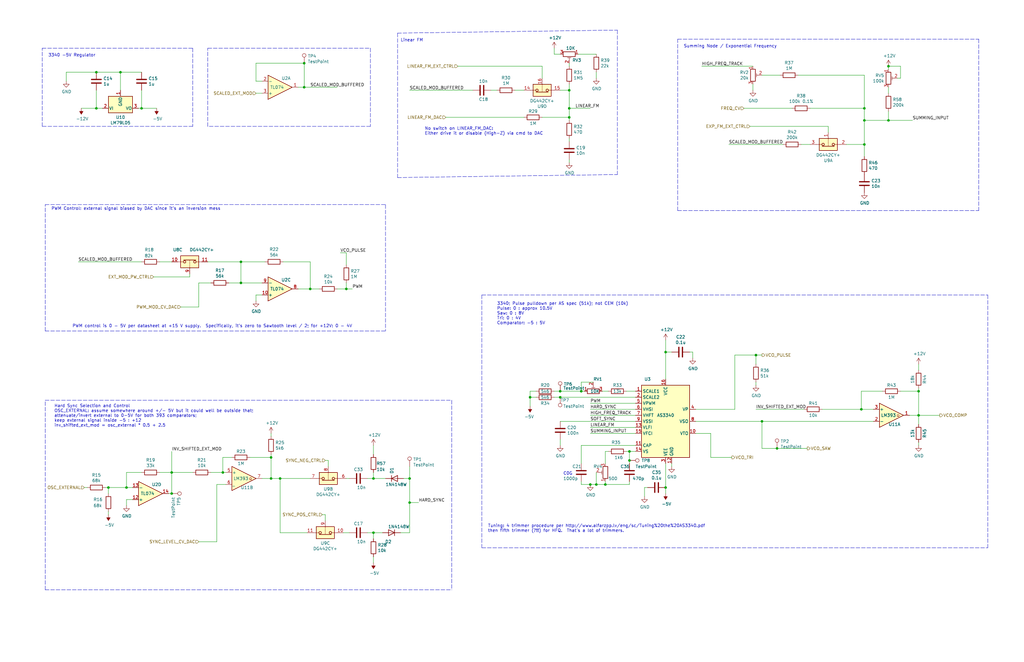
<source format=kicad_sch>
(kicad_sch (version 20211123) (generator eeschema)
  (paper "B")
  (title_block (title "Zoxnoxious 3340 Oscillator: 3340 Primary") (rev "0.3") (company "Zoxnoxious Engineering"))
  (lib_symbols
    (symbol "Amplifier_Operational:TL074" (pin_names (offset 0.127))
      (property "Reference" "U" (at 0 5.08 0))
      (property "Value" "TL074" (at 0 -5.08 0))
      (symbol "TL074_1_1"
        (pin output line (at 7.62 0 180) (length 2.54) (name "~") (number "1"))
        (pin input line (at -7.62 -2.54 0) (length 2.54) (name "-") (number "2"))
        (pin input line (at -7.62 2.54 0) (length 2.54) (name "+") (number "3"))
      )
      (symbol "TL074_2_1"
        (pin input line (at -7.62 2.54 0) (length 2.54) (name "+") (number "5"))
        (pin input line (at -7.62 -2.54 0) (length 2.54) (name "-") (number "6"))
        (pin output line (at 7.62 0 180) (length 2.54) (name "~") (number "7"))
      )
      (symbol "TL074_3_1"
        (pin input line (at -7.62 2.54 0) (length 2.54) (name "+") (number "10"))
        (pin output line (at 7.62 0 180) (length 2.54) (name "~") (number "8"))
        (pin input line (at -7.62 -2.54 0) (length 2.54) (name "-") (number "9"))
      )
      (symbol "TL074_4_1"
        (pin input line (at -7.62 2.54 0) (length 2.54) (name "+") (number "12"))
        (pin input line (at -7.62 -2.54 0) (length 2.54) (name "-") (number "13"))
        (pin output line (at 7.62 0 180) (length 2.54) (name "~") (number "14"))
      )
      (symbol "TL074_5_1"
        (pin power_in line (at -2.54 -7.62 90) (length 3.81) (name "V-") (number "11"))
        (pin power_in line (at -2.54 7.62 270) (length 3.81) (name "V+") (number "4"))
      )
    )
    (symbol "Analog_Switch:DG441xY" (pin_names (offset 0.254))
      (property "Reference" "U" (at -3.175 5.334 0))
      (property "Value" "DG441xY" (at -3.175 3.556 0))
      (symbol "DG441xY_1_1"
        (pin input line (at 0 -5.08 90) (length 2.54) (name "~") (number "1"))
        (pin passive line (at -7.62 0 0) (length 2.54) (name "~") (number "2"))
        (pin passive line (at 7.62 0 180) (length 2.54) (name "~") (number "3"))
      )
      (symbol "DG441xY_2_1"
        (pin passive line (at -7.62 0 0) (length 2.54) (name "~") (number "6"))
        (pin passive line (at 7.62 0 180) (length 2.54) (name "~") (number "7"))
        (pin input line (at 0 -5.08 90) (length 2.54) (name "~") (number "8"))
      )
      (symbol "DG441xY_3_1"
        (pin passive line (at -7.62 0 0) (length 2.54) (name "~") (number "10"))
        (pin passive line (at 7.62 0 180) (length 2.54) (name "~") (number "11"))
        (pin input line (at 0 -5.08 90) (length 2.54) (name "~") (number "9"))
      )
      (symbol "DG441xY_4_1"
        (pin passive line (at 7.62 0 180) (length 2.54) (name "~") (number "14"))
        (pin passive line (at -7.62 0 0) (length 2.54) (name "~") (number "15"))
        (pin input line (at 0 -5.08 90) (length 2.54) (name "~") (number "16"))
      )
      (symbol "DG441xY_5_0"
        (pin no_connect line (at 2.54 10.16 270) (length 2.54) hide (name "NC") (number "12"))
        (pin power_in line (at 0 12.7 270) (length 2.54) (name "V+") (number "13"))
        (pin power_in line (at 2.54 -12.7 90) (length 2.54) (name "V-") (number "4"))
        (pin power_in line (at 0 -12.7 90) (length 2.54) (name "GND") (number "5"))
      )
    )
    (symbol "Audio:AS3340"
      (property "Reference" "U" (at -5.08 17.78 0))
      (property "Value" "AS3340" (at 5.08 17.78 0))
      (symbol "AS3340_1_1"
        (pin input line (at -12.7 12.7 0) (length 2.54) (name "SCALE1") (number "1"))
        (pin output line (at 12.7 -5.08 180) (length 2.54) (name "VTO") (number "10"))
        (pin passive line (at -12.7 -10.16 0) (length 2.54) (name "CAP") (number "11"))
        (pin power_in line (at 2.54 -17.78 90) (length 2.54) (name "GND") (number "12"))
        (pin input line (at -12.7 -2.54 0) (length 2.54) (name "VLFI") (number "13"))
        (pin passive line (at -12.7 -12.7 0) (length 2.54) (name "VS") (number "14"))
        (pin input line (at -12.7 -5.08 0) (length 2.54) (name "VFCI") (number "15"))
        (pin power_in line (at 0 17.78 270) (length 2.54) (name "VCC") (number "16"))
        (pin input line (at -12.7 10.16 0) (length 2.54) (name "SCALE2") (number "2"))
        (pin power_in line (at 0 -17.78 90) (length 2.54) (name "VEE") (number "3"))
        (pin output line (at 12.7 5.08 180) (length 2.54) (name "VP") (number "4"))
        (pin input line (at -12.7 7.62 0) (length 2.54) (name "VPWM") (number "5"))
        (pin input line (at -12.7 5.08 0) (length 2.54) (name "VHSI") (number "6"))
        (pin input line (at -12.7 2.54 0) (length 2.54) (name "VHFT") (number "7"))
        (pin output line (at 12.7 0 180) (length 2.54) (name "VSO") (number "8"))
        (pin input line (at -12.7 0 0) (length 2.54) (name "VSSI") (number "9"))
      )
    )
    (symbol "Comparator:LM393" (pin_names (offset 0.127))
      (property "Reference" "U" (at 3.81 3.81 0))
      (property "Value" "LM393" (at 6.35 -3.81 0))
      (symbol "LM393_1_1"
        (pin open_collector line (at 7.62 0 180) (length 2.54) (name "~") (number "1"))
        (pin input line (at -7.62 -2.54 0) (length 2.54) (name "-") (number "2"))
        (pin input line (at -7.62 2.54 0) (length 2.54) (name "+") (number "3"))
      )
      (symbol "LM393_2_1"
        (pin input line (at -7.62 2.54 0) (length 2.54) (name "+") (number "5"))
        (pin input line (at -7.62 -2.54 0) (length 2.54) (name "_") (number "6"))
        (pin open_collector line (at 7.62 0 180) (length 2.54) (name "~") (number "7"))
      )
      (symbol "LM393_3_1"
        (pin power_in line (at -2.54 -7.62 90) (length 3.81) (name "V-") (number "4"))
        (pin power_in line (at -2.54 7.62 270) (length 3.81) (name "V+") (number "8"))
      )
    )
    (symbol "Connector:TestPoint" (pin_numbers hide) (pin_names (offset 0.762) hide)
      (property "Reference" "TP" (at 0 6.858 0))
      (property "Value" "TestPoint" (at 0 5.08 0))
      (symbol "TestPoint_1_1"
        (pin passive line (at 0 0 90) (length 2.54) (name "1") (number "1"))
      )
    )
    (symbol "Device:C" (pin_numbers hide) (pin_names (offset 0.254))
      (property "Reference" "C" (at 0.635 2.54 0))
      (property "Value" "C" (at 0.635 -2.54 0))
      (symbol "C_1_1"
        (pin passive line (at 0 3.81 270) (length 2.794) (name "~") (number "1"))
        (pin passive line (at 0 -3.81 90) (length 2.794) (name "~") (number "2"))
      )
    )
    (symbol "Device:R" (pin_numbers hide) (pin_names (offset 0))
      (property "Reference" "R" (at 2.032 0 90))
      (property "Value" "R" (at 0 0 90))
      (symbol "R_1_1"
        (pin passive line (at 0 3.81 270) (length 1.27) (name "~") (number "1"))
        (pin passive line (at 0 -3.81 90) (length 1.27) (name "~") (number "2"))
      )
    )
    (symbol "Diode:1N4148W" (pin_numbers hide) (pin_names (offset 1.016) hide)
      (property "Reference" "D" (at 0 2.54 0))
      (property "Value" "1N4148W" (at 0 -2.54 0))
      (symbol "1N4148W_1_1"
        (pin passive line (at -3.81 0 0) (length 2.54) (name "K") (number "1"))
        (pin passive line (at 3.81 0 180) (length 2.54) (name "A") (number "2"))
      )
    )
    (symbol "Regulator_Linear:LM79L05_TO92" (pin_names (offset 0.254))
      (property "Reference" "U" (at -3.81 -3.175 0))
      (property "Value" "LM79L05_TO92" (at 0 -3.175 0))
      (symbol "LM79L05_TO92_1_1"
        (pin power_in line (at 0 7.62 270) (length 2.54) (name "GND") (number "1"))
        (pin power_in line (at -7.62 0 0) (length 2.54) (name "VI") (number "2"))
        (pin power_out line (at 7.62 0 180) (length 2.54) (name "VO") (number "3"))
      )
    )
    (symbol "as3340:R_POT_TRIM-Device" (pin_names (offset 1.016) hide)
      (property "Reference" "RV" (at -4.445 0 90))
      (property "Value" "R_POT_TRIM-Device" (at -2.54 0 90))
      (symbol "R_POT_TRIM-Device_1_1"
        (pin passive line (at 0 3.81 270) (length 1.27) (name "1") (number "1"))
        (pin passive line (at 3.81 0 180) (length 1.27) (name "2") (number "2"))
        (pin passive line (at 0 -3.81 90) (length 1.27) (name "3") (number "3"))
      )
    )
    (symbol "power:+12V" (power) (pin_names (offset 0))
      (property "Value" "+12V" (at 0 3.556 0))
      (symbol "+12V_1_1"
        (pin power_in line (at 0 0 90) (length 0) hide (name "+12V") (number "1"))
      )
    )
    (symbol "power:-12V" (power) (pin_names (offset 0))
      (property "Value" "-12V" (at 0 3.81 0))
      (symbol "-12V_0_0"
        (pin power_in line (at 0 0 90) (length 0) hide (name "-12V") (number "1"))
      )
    )
    (symbol "power:-5V" (power) (pin_names (offset 0))
      (property "Value" "-5V" (at 0 3.81 0))
      (symbol "-5V_0_0"
        (pin power_in line (at 0 0 90) (length 0) hide (name "-5V") (number "1"))
      )
    )
    (symbol "power:GND" (power) (pin_names (offset 0))
      (property "Value" "GND" (at 0 -3.81 0))
      (symbol "GND_1_1"
        (pin power_in line (at 0 0 270) (length 0) hide (name "GND") (number "1"))
      )
    )
  )
  (junction (at 265.43 194.31))
  (junction (at 50.8 30.48))
  (junction (at 364.49 45.72))
  (junction (at 114.3 193.04))
  (junction (at 255.27 204.47))
  (junction (at 146.05 121.92))
  (junction (at 374.65 50.8))
  (junction (at 280.67 205.74))
  (junction (at 364.49 60.96))
  (junction (at 40.64 30.48))
  (junction (at 157.48 201.93))
  (junction (at 101.6 110.49))
  (junction (at 327.66 189.23))
  (junction (at 240.03 38.1))
  (junction (at 172.72 201.93))
  (junction (at 363.22 172.72))
  (junction (at 374.65 27.94))
  (junction (at 101.6 119.38))
  (junction (at 45.72 205.74))
  (junction (at 387.35 165.1))
  (junction (at 118.11 201.93))
  (junction (at 236.22 167.64))
  (junction (at 130.81 121.92))
  (junction (at 248.92 204.47))
  (junction (at 265.43 190.5))
  (junction (at 172.72 212.09))
  (junction (at 53.34 205.74))
  (junction (at 236.22 165.1))
  (junction (at 280.67 148.59))
  (junction (at 240.03 45.72))
  (junction (at 72.39 199.39))
  (junction (at 128.27 36.83))
  (junction (at 318.77 149.86))
  (junction (at 364.49 50.8))
  (junction (at 72.39 208.28))
  (junction (at 59.69 45.72))
  (junction (at 128.27 26.67))
  (junction (at 114.3 201.93))
  (junction (at 321.31 177.8))
  (junction (at 93.98 199.39))
  (junction (at 157.48 224.79))
  (junction (at 251.46 204.47))
  (junction (at 40.64 45.72))
  (junction (at 223.52 167.64))
  (junction (at 245.11 165.1))
  (junction (at 387.35 175.26))
  (junction (at 240.03 49.53))
  (wire (pts (xy 157.48 237.49) (xy 157.48 234.95)))
  (polyline (pts (xy 203.2 124.46) (xy 203.2 231.14)))
  (wire (pts (xy 157.48 201.93) (xy 162.56 201.93)))
  (wire (pts (xy 146.05 121.92) (xy 146.05 119.38)))
  (wire (pts (xy 67.31 199.39) (xy 72.39 199.39)))
  (polyline (pts (xy 416.56 124.46) (xy 416.56 231.14)))
  (wire (pts (xy 58.42 45.72) (xy 59.69 45.72)))
  (wire (pts (xy 236.22 177.8) (xy 267.97 177.8)))
  (wire (pts (xy 110.49 201.93) (xy 114.3 201.93)))
  (wire (pts (xy 172.72 201.93) (xy 172.72 212.09)))
  (wire (pts (xy 346.71 172.72) (xy 363.22 172.72)))
  (wire (pts (xy 157.48 227.33) (xy 157.48 224.79)))
  (wire (pts (xy 292.1 151.13) (xy 292.1 148.59)))
  (wire (pts (xy 243.84 22.86) (xy 251.46 22.86)))
  (wire (pts (xy 318.77 149.86) (xy 321.31 149.86)))
  (wire (pts (xy 317.5 35.56) (xy 317.5 38.1)))
  (wire (pts (xy 254 165.1) (xy 256.54 165.1)))
  (wire (pts (xy 172.72 196.85) (xy 172.72 201.93)))
  (wire (pts (xy 265.43 190.5) (xy 267.97 190.5)))
  (wire (pts (xy 217.17 38.1) (xy 220.98 38.1)))
  (polyline (pts (xy 19.05 86.36) (xy 162.56 86.36)))
  (wire (pts (xy 96.52 119.38) (xy 101.6 119.38)))
  (wire (pts (xy 267.97 180.34) (xy 248.92 180.34)))
  (wire (pts (xy 67.31 110.49) (xy 72.39 110.49)))
  (wire (pts (xy 245.11 161.29) (xy 245.11 165.1)))
  (polyline (pts (xy 285.75 88.9) (xy 285.75 16.51)))
  (wire (pts (xy 59.69 30.48) (xy 50.8 30.48)))
  (wire (pts (xy 240.03 45.72) (xy 248.92 45.72)))
  (wire (pts (xy 53.34 205.74) (xy 55.88 205.74)))
  (wire (pts (xy 228.6 27.94) (xy 228.6 33.02)))
  (wire (pts (xy 45.72 205.74) (xy 53.34 205.74)))
  (wire (pts (xy 110.49 124.46) (xy 107.95 124.46)))
  (wire (pts (xy 245.11 195.58) (xy 245.11 187.96)))
  (wire (pts (xy 176.53 212.09) (xy 172.72 212.09)))
  (wire (pts (xy 248.92 204.47) (xy 251.46 204.47)))
  (wire (pts (xy 107.95 39.37) (xy 110.49 39.37)))
  (polyline (pts (xy 17.78 53.34) (xy 17.78 20.32)))
  (wire (pts (xy 313.69 45.72) (xy 334.01 45.72)))
  (wire (pts (xy 142.24 121.92) (xy 146.05 121.92)))
  (wire (pts (xy 248.92 175.26) (xy 267.97 175.26)))
  (wire (pts (xy 53.34 199.39) (xy 53.34 205.74)))
  (wire (pts (xy 248.92 172.72) (xy 267.97 172.72)))
  (wire (pts (xy 34.29 45.72) (xy 40.64 45.72)))
  (wire (pts (xy 59.69 199.39) (xy 53.34 199.39)))
  (wire (pts (xy 93.98 193.04) (xy 93.98 199.39)))
  (polyline (pts (xy 87.63 53.34) (xy 87.63 20.32)))
  (wire (pts (xy 321.31 189.23) (xy 327.66 189.23)))
  (wire (pts (xy 364.49 31.75) (xy 364.49 45.72)))
  (polyline (pts (xy 190.5 168.91) (xy 190.5 248.92)))
  (polyline (pts (xy 81.28 20.32) (xy 81.28 53.34)))
  (wire (pts (xy 97.79 193.04) (xy 93.98 193.04)))
  (wire (pts (xy 157.48 191.77) (xy 157.48 187.96)))
  (polyline (pts (xy 19.05 139.7) (xy 162.56 139.7)))
  (wire (pts (xy 157.48 224.79) (xy 161.29 224.79)))
  (wire (pts (xy 53.34 213.36) (xy 53.34 210.82)))
  (wire (pts (xy 255.27 190.5) (xy 255.27 195.58)))
  (wire (pts (xy 45.72 217.17) (xy 45.72 215.9)))
  (wire (pts (xy 233.68 165.1) (xy 236.22 165.1)))
  (wire (pts (xy 107.95 124.46) (xy 107.95 127)))
  (wire (pts (xy 87.63 110.49) (xy 101.6 110.49)))
  (wire (pts (xy 146.05 106.68) (xy 143.51 106.68)))
  (wire (pts (xy 240.03 59.69) (xy 240.03 58.42)))
  (wire (pts (xy 240.03 45.72) (xy 240.03 49.53)))
  (wire (pts (xy 387.35 165.1) (xy 387.35 175.26)))
  (wire (pts (xy 255.27 190.5) (xy 256.54 190.5)))
  (wire (pts (xy 309.88 149.86) (xy 318.77 149.86)))
  (polyline (pts (xy 19.05 139.7) (xy 19.05 86.36)))
  (wire (pts (xy 236.22 167.64) (xy 267.97 167.64)))
  (wire (pts (xy 387.35 175.26) (xy 383.54 175.26)))
  (polyline (pts (xy 17.78 20.32) (xy 81.28 20.32)))
  (wire (pts (xy 207.01 38.1) (xy 209.55 38.1)))
  (wire (pts (xy 137.16 219.71) (xy 137.16 217.17)))
  (wire (pts (xy 223.52 167.64) (xy 223.52 171.45)))
  (wire (pts (xy 387.35 153.67) (xy 387.35 156.21)))
  (wire (pts (xy 146.05 121.92) (xy 148.59 121.92)))
  (polyline (pts (xy 156.21 53.34) (xy 87.63 53.34)))
  (wire (pts (xy 110.49 34.29) (xy 107.95 34.29)))
  (wire (pts (xy 240.03 49.53) (xy 240.03 50.8)))
  (polyline (pts (xy 19.05 248.92) (xy 19.05 168.91)))
  (polyline (pts (xy 87.63 20.32) (xy 156.21 20.32)))
  (wire (pts (xy 170.18 201.93) (xy 172.72 201.93)))
  (wire (pts (xy 187.96 49.53) (xy 220.98 49.53)))
  (polyline (pts (xy 167.64 74.93) (xy 260.35 73.66)))
  (wire (pts (xy 267.97 170.18) (xy 248.92 170.18)))
  (wire (pts (xy 321.31 189.23) (xy 321.31 177.8)))
  (wire (pts (xy 265.43 195.58) (xy 265.43 194.31)))
  (wire (pts (xy 125.73 36.83) (xy 128.27 36.83)))
  (wire (pts (xy 138.43 196.85) (xy 138.43 194.31)))
  (wire (pts (xy 154.94 224.79) (xy 157.48 224.79)))
  (wire (pts (xy 379.73 165.1) (xy 387.35 165.1)))
  (wire (pts (xy 240.03 26.67) (xy 240.03 27.94)))
  (wire (pts (xy 280.67 143.51) (xy 280.67 148.59)))
  (wire (pts (xy 118.11 201.93) (xy 118.11 224.79)))
  (polyline (pts (xy 412.75 16.51) (xy 412.75 88.9)))
  (wire (pts (xy 336.55 31.75) (xy 364.49 31.75)))
  (wire (pts (xy 128.27 36.83) (xy 142.24 36.83)))
  (wire (pts (xy 379.73 27.94) (xy 374.65 27.94)))
  (wire (pts (xy 374.65 46.99) (xy 374.65 50.8)))
  (wire (pts (xy 271.78 205.74) (xy 273.05 205.74)))
  (wire (pts (xy 280.67 208.28) (xy 280.67 205.74)))
  (wire (pts (xy 114.3 193.04) (xy 114.3 201.93)))
  (wire (pts (xy 228.6 27.94) (xy 193.04 27.94)))
  (wire (pts (xy 27.94 30.48) (xy 27.94 34.29)))
  (wire (pts (xy 240.03 35.56) (xy 240.03 38.1)))
  (wire (pts (xy 283.21 148.59) (xy 280.67 148.59)))
  (wire (pts (xy 233.68 22.86) (xy 236.22 22.86)))
  (wire (pts (xy 95.25 199.39) (xy 93.98 199.39)))
  (wire (pts (xy 91.44 204.47) (xy 91.44 228.6)))
  (wire (pts (xy 114.3 193.04) (xy 114.3 191.77)))
  (wire (pts (xy 35.56 205.74) (xy 36.83 205.74)))
  (wire (pts (xy 387.35 175.26) (xy 396.24 175.26)))
  (wire (pts (xy 147.32 224.79) (xy 144.78 224.79)))
  (wire (pts (xy 233.68 20.32) (xy 233.68 22.86)))
  (wire (pts (xy 111.76 110.49) (xy 101.6 110.49)))
  (wire (pts (xy 236.22 185.42) (xy 236.22 187.96)))
  (wire (pts (xy 40.64 38.1) (xy 40.64 45.72)))
  (wire (pts (xy 363.22 172.72) (xy 363.22 165.1)))
  (wire (pts (xy 236.22 38.1) (xy 240.03 38.1)))
  (wire (pts (xy 240.03 67.31) (xy 240.03 68.58)))
  (wire (pts (xy 119.38 110.49) (xy 130.81 110.49)))
  (wire (pts (xy 374.65 29.21) (xy 374.65 27.94)))
  (wire (pts (xy 363.22 172.72) (xy 368.3 172.72)))
  (wire (pts (xy 364.49 66.04) (xy 364.49 60.96)))
  (wire (pts (xy 88.9 199.39) (xy 93.98 199.39)))
  (wire (pts (xy 128.27 26.67) (xy 128.27 36.83)))
  (wire (pts (xy 64.77 116.84) (xy 80.01 116.84)))
  (wire (pts (xy 223.52 165.1) (xy 223.52 167.64)))
  (wire (pts (xy 83.82 228.6) (xy 91.44 228.6)))
  (wire (pts (xy 226.06 165.1) (xy 223.52 165.1)))
  (wire (pts (xy 264.16 190.5) (xy 265.43 190.5)))
  (wire (pts (xy 245.11 165.1) (xy 246.38 165.1)))
  (wire (pts (xy 387.35 175.26) (xy 387.35 179.07)))
  (wire (pts (xy 91.44 204.47) (xy 95.25 204.47)))
  (wire (pts (xy 33.02 110.49) (xy 59.69 110.49)))
  (wire (pts (xy 59.69 45.72) (xy 66.04 45.72)))
  (wire (pts (xy 107.95 26.67) (xy 128.27 26.67)))
  (polyline (pts (xy 285.75 16.51) (xy 412.75 16.51)))
  (wire (pts (xy 267.97 182.88) (xy 248.92 182.88)))
  (wire (pts (xy 59.69 38.1) (xy 59.69 45.72)))
  (wire (pts (xy 50.8 30.48) (xy 40.64 30.48)))
  (wire (pts (xy 130.81 121.92) (xy 134.62 121.92)))
  (wire (pts (xy 318.77 162.56) (xy 318.77 161.29)))
  (wire (pts (xy 387.35 186.69) (xy 387.35 187.96)))
  (wire (pts (xy 318.77 172.72) (xy 339.09 172.72)))
  (wire (pts (xy 228.6 49.53) (xy 240.03 49.53)))
  (wire (pts (xy 379.73 33.02) (xy 379.73 27.94)))
  (wire (pts (xy 364.49 50.8) (xy 374.65 50.8)))
  (wire (pts (xy 318.77 153.67) (xy 318.77 149.86)))
  (wire (pts (xy 364.49 45.72) (xy 364.49 50.8)))
  (wire (pts (xy 250.19 161.29) (xy 245.11 161.29)))
  (wire (pts (xy 83.82 129.54) (xy 83.82 119.38)))
  (wire (pts (xy 290.83 148.59) (xy 292.1 148.59)))
  (wire (pts (xy 72.39 208.28) (xy 71.12 208.28)))
  (wire (pts (xy 172.72 224.79) (xy 172.72 212.09)))
  (polyline (pts (xy 156.21 20.32) (xy 156.21 53.34)))
  (wire (pts (xy 309.88 172.72) (xy 309.88 149.86)))
  (wire (pts (xy 245.11 187.96) (xy 267.97 187.96)))
  (wire (pts (xy 251.46 199.39) (xy 251.46 204.47)))
  (polyline (pts (xy 203.2 231.14) (xy 416.56 231.14)))
  (wire (pts (xy 83.82 119.38) (xy 88.9 119.38)))
  (wire (pts (xy 295.91 27.94) (xy 317.5 27.94)))
  (wire (pts (xy 40.64 30.48) (xy 27.94 30.48)))
  (wire (pts (xy 349.25 53.34) (xy 349.25 55.88)))
  (polyline (pts (xy 167.64 13.97) (xy 167.64 74.93)))
  (wire (pts (xy 363.22 165.1) (xy 372.11 165.1)))
  (wire (pts (xy 154.94 201.93) (xy 157.48 201.93)))
  (wire (pts (xy 316.23 53.34) (xy 349.25 53.34)))
  (wire (pts (xy 293.37 172.72) (xy 309.88 172.72)))
  (wire (pts (xy 101.6 119.38) (xy 110.49 119.38)))
  (wire (pts (xy 245.11 203.2) (xy 245.11 204.47)))
  (wire (pts (xy 299.72 193.04) (xy 308.61 193.04)))
  (wire (pts (xy 341.63 60.96) (xy 337.82 60.96)))
  (wire (pts (xy 137.16 217.17) (xy 135.89 217.17)))
  (wire (pts (xy 101.6 119.38) (xy 101.6 110.49)))
  (polyline (pts (xy 19.05 168.91) (xy 190.5 168.91)))
  (wire (pts (xy 271.78 209.55) (xy 271.78 205.74)))
  (wire (pts (xy 40.64 45.72) (xy 43.18 45.72)))
  (wire (pts (xy 107.95 34.29) (xy 107.95 26.67)))
  (wire (pts (xy 72.39 208.28) (xy 72.39 199.39)))
  (wire (pts (xy 114.3 182.88) (xy 114.3 184.15)))
  (wire (pts (xy 374.65 36.83) (xy 374.65 39.37)))
  (wire (pts (xy 72.39 199.39) (xy 72.39 190.5)))
  (wire (pts (xy 80.01 116.84) (xy 80.01 115.57)))
  (polyline (pts (xy 260.35 12.7) (xy 260.35 73.66)))
  (wire (pts (xy 53.34 210.82) (xy 55.88 210.82)))
  (wire (pts (xy 118.11 201.93) (xy 130.81 201.93)))
  (wire (pts (xy 265.43 204.47) (xy 265.43 203.2)))
  (wire (pts (xy 168.91 224.79) (xy 172.72 224.79)))
  (wire (pts (xy 280.67 195.58) (xy 280.67 205.74)))
  (wire (pts (xy 293.37 182.88) (xy 299.72 182.88)))
  (polyline (pts (xy 203.2 124.46) (xy 416.56 124.46)))
  (wire (pts (xy 264.16 165.1) (xy 267.97 165.1)))
  (wire (pts (xy 50.8 38.1) (xy 50.8 30.48)))
  (wire (pts (xy 105.41 193.04) (xy 114.3 193.04)))
  (wire (pts (xy 130.81 110.49) (xy 130.81 121.92)))
  (wire (pts (xy 76.2 129.54) (xy 83.82 129.54)))
  (wire (pts (xy 341.63 45.72) (xy 364.49 45.72)))
  (wire (pts (xy 255.27 204.47) (xy 265.43 204.47)))
  (wire (pts (xy 283.21 195.58) (xy 283.21 196.85)))
  (wire (pts (xy 118.11 224.79) (xy 129.54 224.79)))
  (wire (pts (xy 223.52 167.64) (xy 226.06 167.64)))
  (wire (pts (xy 265.43 194.31) (xy 265.43 190.5)))
  (polyline (pts (xy 162.56 86.36) (xy 162.56 139.7)))
  (wire (pts (xy 236.22 165.1) (xy 245.11 165.1)))
  (wire (pts (xy 299.72 182.88) (xy 299.72 193.04)))
  (wire (pts (xy 387.35 163.83) (xy 387.35 165.1)))
  (wire (pts (xy 233.68 167.64) (xy 236.22 167.64)))
  (wire (pts (xy 280.67 148.59) (xy 280.67 160.02)))
  (wire (pts (xy 251.46 204.47) (xy 255.27 204.47)))
  (wire (pts (xy 378.46 33.02) (xy 379.73 33.02)))
  (polyline (pts (xy 81.28 53.34) (xy 17.78 53.34)))
  (polyline (pts (xy 19.05 248.92) (xy 190.5 248.92)))
  (wire (pts (xy 293.37 177.8) (xy 321.31 177.8)))
  (wire (pts (xy 321.31 177.8) (xy 368.3 177.8)))
  (polyline (pts (xy 167.64 13.97) (xy 260.35 12.7)))
  (wire (pts (xy 364.49 50.8) (xy 364.49 60.96)))
  (wire (pts (xy 374.65 50.8) (xy 384.81 50.8)))
  (polyline (pts (xy 285.75 88.9) (xy 412.75 88.9)))
  (wire (pts (xy 146.05 111.76) (xy 146.05 106.68)))
  (wire (pts (xy 327.66 189.23) (xy 340.36 189.23)))
  (wire (pts (xy 44.45 205.74) (xy 45.72 205.74)))
  (wire (pts (xy 255.27 203.2) (xy 255.27 204.47)))
  (wire (pts (xy 147.32 201.93) (xy 146.05 201.93)))
  (wire (pts (xy 130.81 121.92) (xy 125.73 121.92)))
  (wire (pts (xy 240.03 38.1) (xy 240.03 45.72)))
  (wire (pts (xy 118.11 201.93) (xy 114.3 201.93)))
  (wire (pts (xy 330.2 60.96) (xy 307.34 60.96)))
  (wire (pts (xy 72.39 199.39) (xy 81.28 199.39)))
  (wire (pts (xy 138.43 194.31) (xy 137.16 194.31)))
  (wire (pts (xy 45.72 205.74) (xy 45.72 208.28)))
  (wire (pts (xy 321.31 31.75) (xy 328.93 31.75)))
  (wire (pts (xy 245.11 204.47) (xy 248.92 204.47)))
  (wire (pts (xy 157.48 199.39) (xy 157.48 201.93)))
  (wire (pts (xy 251.46 30.48) (xy 251.46 33.02)))
  (wire (pts (xy 356.87 60.96) (xy 364.49 60.96)))
  (wire (pts (xy 172.72 38.1) (xy 199.39 38.1)))
  (text "Hard Sync Selection and Control\nOSC_EXTERNAL: assume somewhere around +/- 5V but it could well be outside that;\nattenuate/invert external to 0-5V for both 393 comparators;\nkeep external signal inside -5 : +12\ninv_shifted_ext_mod = osc_external * 0.5 + 2.5" (at 22.86 180.34 0) (effects (font (size 1.27 1.27)) (justify left bottom)))
  (text "3340; Pulse pulldown per AS spec (51k); not CEM (10k)\nPulse: 0 : approx 10.5V\nSaw: 0 : 8V\nTri: 0 : 4V\nComparator: -5 : 5V" (at 209.55 137.16 0) (effects (font (size 1.27 1.27)) (justify left bottom)))
  (text "No switch on LINEAR_FM_DAC:\nEither drive it or disable (High-Z) via cmd to DAC" (at 179.07 57.15 0) (effects (font (size 1.27 1.27)) (justify left bottom)))
  (text "PWM Control: external signal biased by DAC since it’s an inversion mess" (at 21.59 88.9 0) (effects (font (size 1.27 1.27)) (justify left bottom)))
  (text "Tuning: 4 trimmer procedure per http://www.alfarzpp.lv/eng/sc/Tuning%20the%20AS3340.pdf\nthen fifth trimmer (?!!) for HFQ.  That's a lot of trimmers." (at 205.74 224.79 0) (effects (font (size 1.27 1.27)) (justify left bottom)))
  (text "3340 -5V Regulator" (at 20.32 24.13 0) (effects (font (size 1.27 1.27)) (justify left bottom)))
  (text "C0G" (at 237.49 200.66 0) (effects (font (size 1.27 1.27)) (justify left bottom)))
  (text "Linear FM" (at 168.91 17.78 0) (effects (font (size 1.27 1.27)) (justify left bottom)))
  (text "PWM control is 0 - 5V per datasheet at +15 V supply.  Specifically, it’s zero to Sawtooth level / 2; for +12V: 0 - 4V" (at 30.48 138.43 0) (effects (font (size 1.27 1.27)) (justify left bottom)))
  (text "Summing Node / Exponential Frequency" (at 288.29 20.32 0) (effects (font (size 1.27 1.27)) (justify left bottom)))
  (label "SCALED_MOD_BUFFERED" (at 130.81 36.83 0))
  (label "SOFT_SYNC" (at 248.92 177.8 0))
  (label "SCALED_MOD_BUFFERED" (at 172.72 38.1 0))
  (label "HIGH_FREQ_TRACK" (at 295.91 27.94 0))
  (label "HARD_SYNC" (at 176.53 212.09 0))
  (label "INV_SHIFTED_EXT_MOD" (at 318.77 172.72 0))
  (label "LINEAR_FM" (at 248.92 180.34 0))
  (label "SUMMING_INPUT" (at 248.92 182.88 0))
  (label "PWM" (at 248.92 170.18 0))
  (label "SCALED_MOD_BUFFERED" (at 307.34 60.96 0))
  (label "LINEAR_FM" (at 242.57 45.72 0))
  (label "HIGH_FREQ_TRACK" (at 248.92 175.26 0))
  (label "SUMMING_INPUT" (at 384.81 50.8 0))
  (label "INV_SHIFTED_EXT_MOD" (at 72.39 190.5 0))
  (label "HARD_SYNC" (at 248.92 172.72 0))
  (label "SCALED_MOD_BUFFERED" (at 33.02 110.49 0))
  (label "PWM" (at 148.59 121.92 0))
  (label "VCO_PULSE" (at 143.51 106.68 0))
  (hierarchical_label "OSC_EXTERNAL" (shape input) (at 35.56 205.74 180))
  (hierarchical_label "SCALED_EXT_MOD" (shape input) (at 107.95 39.37 180))
  (hierarchical_label "VCO_PULSE" (shape output) (at 321.31 149.86 0))
  (hierarchical_label "PWM_MOD_CV_DAC" (shape input) (at 76.2 129.54 180))
  (hierarchical_label "EXP_FM_EXT_CTRL" (shape input) (at 316.23 53.34 180))
  (hierarchical_label "EXT_MOD_PW_CTRL" (shape input) (at 64.77 116.84 180))
  (hierarchical_label "FREQ_CV" (shape input) (at 313.69 45.72 180))
  (hierarchical_label "LINEAR_FM_EXT_CTRL" (shape input) (at 193.04 27.94 180))
  (hierarchical_label "SYNC_LEVEL_CV_DAC" (shape input) (at 83.82 228.6 180))
  (hierarchical_label "VCO_TRI" (shape output) (at 308.61 193.04 0))
  (hierarchical_label "VCO_SAW" (shape output) (at 340.36 189.23 0))
  (hierarchical_label "SYNC_NEG_CTRL" (shape input) (at 137.16 194.31 180))
  (hierarchical_label "SYNC_POS_CTRL" (shape input) (at 135.89 217.17 180))
  (hierarchical_label "LINEAR_FM_DAC" (shape input) (at 187.96 49.53 180))
  (hierarchical_label "VCO_COMP" (shape output) (at 396.24 175.26 0))
  (symbol (lib_id "Audio:AS3340") (at 280.67 177.8 0) (unit 1)
    (property "Reference" "U3" (at 273.05 160.02 0))
    (property "Value" "AS3340" (at 280.67 175.26 0))
    (property "Footprint" "Package_SO:SOIC-16_3.9x9.9mm_P1.27mm" (effects hide))
    (property "Datasheet" "http://www.alfarzpp.lv/eng/sc/AS3340.pdf" (effects hide))
  )
  (symbol (lib_id "power:+12V") (at 280.67 143.51 0) (unit 1)
    (property "Reference" "#PWR050" (effects hide))
    (property "Value" "+12V" (at 281.051 139.1158 0))
  )
  (symbol (lib_id "power:-5V") (at 280.67 208.28 0) (mirror x) (unit 1)
    (property "Reference" "#PWR051" (effects hide))
    (property "Value" "-5V" (at 281.051 212.6742 0))
  )
  (symbol (lib_id "Device:R") (at 260.35 165.1 270) (unit 1)
    (property "Reference" "R33" (at 260.35 162.56 90))
    (property "Value" "13k" (at 260.35 165.1 90))
    (property "Footprint" "Resistor_SMD:R_0603_1608Metric" (effects hide))
    (property "LCSC Part" "C22797" (effects hide))
  )
  (symbol (lib_id "Device:R") (at 229.87 167.64 270) (unit 1)
    (property "Reference" "R34" (at 229.87 170.18 90))
    (property "Value" "5k6" (at 229.87 167.64 90))
    (property "Footprint" "Resistor_SMD:R_0603_1608Metric" (effects hide))
    (property "LCSC Part" "C23189" (effects hide))
  )
  (symbol (lib_id "power:GND") (at 53.34 213.36 0) (unit 1)
    (property "Reference" "#PWR038" (effects hide))
    (property "Value" "GND" (at 53.467 217.7542 0))
  )
  (symbol (lib_id "power:GND") (at 107.95 127 0) (unit 1)
    (property "Reference" "#PWR040" (effects hide))
    (property "Value" "GND" (at 108.077 131.3942 0))
  )
  (symbol (lib_id "power:GND") (at 236.22 187.96 0) (unit 1)
    (property "Reference" "#PWR048" (effects hide))
    (property "Value" "GND" (at 236.347 192.3542 0))
  )
  (symbol (lib_id "power:GND") (at 283.21 196.85 0) (unit 1)
    (property "Reference" "#PWR052" (effects hide))
    (property "Value" "GND" (at 283.337 201.2442 0))
  )
  (symbol (lib_id "power:GND") (at 248.92 204.47 0) (unit 1)
    (property "Reference" "#PWR049" (effects hide))
    (property "Value" "GND" (at 249.047 208.8642 0))
  )
  (symbol (lib_id "power:GND") (at 292.1 151.13 0) (unit 1)
    (property "Reference" "#PWR053" (effects hide))
    (property "Value" "GND" (at 292.227 155.5242 0))
  )
  (symbol (lib_id "power:GND") (at 317.5 38.1 0) (unit 1)
    (property "Reference" "#PWR054" (effects hide))
    (property "Value" "GND" (at 317.627 42.4942 0))
  )
  (symbol (lib_id "power:GND") (at 364.49 81.28 0) (unit 1)
    (property "Reference" "#PWR058" (effects hide))
    (property "Value" "GND" (at 364.617 85.6742 0))
  )
  (symbol (lib_id "power:GND") (at 240.03 68.58 0) (unit 1)
    (property "Reference" "#PWR046" (effects hide))
    (property "Value" "GND" (at 240.157 72.9742 0))
  )
  (symbol (lib_id "Device:C") (at 151.13 224.79 270) (unit 1)
    (property "Reference" "C17" (at 151.13 220.98 90))
    (property "Value" "10n" (at 152.4 228.6 90))
    (property "Footprint" "Capacitor_SMD:C_0603_1608Metric" (effects hide))
    (property "LCSC Part" "C57112" (effects hide))
  )
  (symbol (lib_id "as3340:R_POT_TRIM-Device") (at 250.19 165.1 90) (unit 1)
    (property "Reference" "RV1" (at 250.19 160.02 90) (effects (justify right)))
    (property "Value" "10K" (at 248.92 165.1 90) (effects (justify right)))
    (property "Footprint" "Potentiometer_THT:Potentiometer_Bourns_3296W_Vertical" (effects hide))
    (property "LCSC" "C118954" (effects hide))
    (property "Digikey" "490-2875-ND" (effects hide))
  )
  (symbol (lib_id "power:-5V") (at 223.52 171.45 180) (unit 1)
    (property "Reference" "#PWR047" (effects hide))
    (property "Value" "-5V" (at 223.139 175.8442 0))
  )
  (symbol (lib_id "Device:R") (at 114.3 187.96 180) (unit 1)
    (property "Reference" "R25" (at 116.078 186.7916 0) (effects (justify right)))
    (property "Value" "5k6" (at 116.078 189.103 0) (effects (justify right)))
    (property "Footprint" "Resistor_SMD:R_0603_1608Metric" (effects hide))
    (property "LCSC Part" "C23189" (effects hide))
  )
  (symbol (lib_id "Device:R") (at 101.6 193.04 270) (unit 1)
    (property "Reference" "R23" (at 101.6 190.5 90))
    (property "Value" "1M" (at 101.6 195.58 90))
    (property "Footprint" "Resistor_SMD:R_0603_1608Metric" (effects hide))
    (property "LCSC Part" "C22935" (effects hide))
  )
  (symbol (lib_id "Device:R") (at 45.72 212.09 0) (unit 1)
    (property "Reference" "R16" (at 39.37 210.82 0) (effects (justify left)))
    (property "Value" "68k" (at 39.37 213.36 0) (effects (justify left)))
    (property "Footprint" "Resistor_SMD:R_0603_1608Metric" (effects hide))
    (property "LCSC Part" "C23231" (effects hide))
  )
  (symbol (lib_id "Amplifier_Operational:TL074") (at 63.5 208.28 0) (mirror x) (unit 4)
    (property "Reference" "U2" (at 66.04 204.47 0))
    (property "Value" "TL074" (at 62.23 208.28 0))
    (property "Footprint" "Package_SO:SOIC-14_3.9x8.7mm_P1.27mm" (effects hide))
    (property "Datasheet" "http://www.ti.com/lit/ds/symlink/tl071.pdf" (effects hide))
    (property "LCSC Part" "C12594" (effects hide))
  )
  (symbol (lib_id "Amplifier_Operational:TL074") (at 118.11 121.92 0) (mirror x) (unit 3)
    (property "Reference" "U2" (at 120.65 118.11 0))
    (property "Value" "TL074" (at 116.84 121.92 0))
    (property "Footprint" "Package_SO:SOIC-14_3.9x8.7mm_P1.27mm" (effects hide))
    (property "Datasheet" "http://www.ti.com/lit/ds/symlink/tl071.pdf" (effects hide))
    (property "LCSC Part" "C12594" (effects hide))
  )
  (symbol (lib_id "Device:R") (at 40.64 205.74 270) (unit 1)
    (property "Reference" "R15" (at 40.64 200.4822 90))
    (property "Value" "68k" (at 40.64 202.7936 90))
    (property "Footprint" "Resistor_SMD:R_0603_1608Metric" (effects hide))
    (property "LCSC Part" "C23231" (effects hide))
  )
  (symbol (lib_id "Device:R") (at 63.5 199.39 270) (unit 1)
    (property "Reference" "R19" (at 63.5 194.1322 90))
    (property "Value" "33k" (at 63.5 196.4436 90))
    (property "Footprint" "Resistor_SMD:R_0603_1608Metric" (effects hide))
    (property "LCSC Part" "C4216" (effects hide))
  )
  (symbol (lib_id "Device:R") (at 63.5 110.49 270) (unit 1)
    (property "Reference" "R18" (at 60.96 105.41 90) (effects (justify left)))
    (property "Value" "82k" (at 60.96 107.95 90) (effects (justify left)))
    (property "Footprint" "Resistor_SMD:R_0603_1608Metric" (effects hide))
    (property "LCSC Part" "C23254" (effects hide))
  )
  (symbol (lib_id "Device:R") (at 92.71 119.38 270) (unit 1)
    (property "Reference" "R17" (at 92.71 114.1222 90))
    (property "Value" "56k" (at 92.71 116.4336 90))
    (property "Footprint" "Resistor_SMD:R_0603_1608Metric" (effects hide))
    (property "LCSC Part" "C23206" (effects hide))
  )
  (symbol (lib_id "Device:R") (at 115.57 110.49 270) (unit 1)
    (property "Reference" "R22" (at 115.57 105.2322 90))
    (property "Value" "56k" (at 115.57 107.5436 90))
    (property "Footprint" "Resistor_SMD:R_0603_1608Metric" (effects hide))
    (property "LCSC Part" "C23206" (effects hide))
  )
  (symbol (lib_id "as3340:R_POT_TRIM-Device") (at 317.5 31.75 0) (unit 1)
    (property "Reference" "RV2" (at 315.722 30.5816 0) (effects (justify right)))
    (property "Value" "20k" (at 315.722 32.893 0) (effects (justify right)))
    (property "Footprint" "Potentiometer_THT:Potentiometer_Bourns_3296W_Vertical" (effects hide))
    (property "LCSC" "C118936" (effects hide))
    (property "Digikey" "490-2881-ND" (effects hide))
  )
  (symbol (lib_id "Device:R") (at 332.74 31.75 270) (unit 1)
    (property "Reference" "R37" (at 332.74 26.4922 90))
    (property "Value" "1M" (at 332.74 28.8036 90))
    (property "Footprint" "Resistor_SMD:R_0603_1608Metric" (effects hide))
    (property "LCSC Part" "C22935" (effects hide))
  )
  (symbol (lib_id "Device:R") (at 364.49 69.85 0) (unit 1)
    (property "Reference" "R46" (at 366.268 68.6816 0) (effects (justify left)))
    (property "Value" "470" (at 366.268 70.993 0) (effects (justify left)))
    (property "Footprint" "Resistor_SMD:R_0805_2012Metric" (effects hide))
    (property "LCSC Part" "C17710" (effects hide))
  )
  (symbol (lib_id "Device:C") (at 364.49 77.47 0) (unit 1)
    (property "Reference" "C23" (at 367.411 76.3016 0) (effects (justify left)))
    (property "Value" "10n" (at 367.411 78.613 0) (effects (justify left)))
    (property "Footprint" "Capacitor_SMD:C_0603_1608Metric" (effects hide))
    (property "LCSC" "C57112" (effects hide))
    (property "LCSC Part" "C57112" (effects hide))
  )
  (symbol (lib_id "Device:R") (at 334.01 60.96 270) (unit 1)
    (property "Reference" "R42" (at 334.01 55.7022 90))
    (property "Value" "200k" (at 334.01 58.0136 90))
    (property "Footprint" "Resistor_SMD:R_0603_1608Metric" (effects hide))
    (property "LCSC Part" "C25811" (effects hide))
  )
  (symbol (lib_id "Device:R") (at 337.82 45.72 270) (unit 1)
    (property "Reference" "R38" (at 337.82 40.4622 90))
    (property "Value" "100k 0.1%" (at 337.82 42.7736 90))
    (property "Footprint" "Resistor_SMD:R_0603_1608Metric" (effects hide))
    (property "LCSC Part" "C25803" (effects hide))
  )
  (symbol (lib_id "Device:C") (at 236.22 181.61 0) (unit 1)
    (property "Reference" "C20" (at 239.141 180.4416 0) (effects (justify left)))
    (property "Value" "100n" (at 239.141 182.753 0) (effects (justify left)))
    (property "Footprint" "Capacitor_SMD:C_0603_1608Metric" (effects hide))
    (property "LCSC" "C14663" (effects hide))
    (property "LCSC Part" "C14663" (effects hide))
  )
  (symbol (lib_id "Device:R") (at 240.03 31.75 0) (unit 1)
    (property "Reference" "R31" (at 241.808 30.5816 0) (effects (justify left)))
    (property "Value" "1M5" (at 241.808 32.893 0) (effects (justify left)))
    (property "Footprint" "Resistor_SMD:R_0603_1608Metric" (effects hide))
    (property "LCSC Part" "C4172" (effects hide))
  )
  (symbol (lib_id "Device:R") (at 240.03 54.61 0) (unit 1)
    (property "Reference" "R32" (at 241.808 53.4416 0) (effects (justify left)))
    (property "Value" "470" (at 241.808 55.753 0) (effects (justify left)))
    (property "Footprint" "Resistor_SMD:R_0805_2012Metric" (effects hide))
    (property "LCSC Part" "C17710" (effects hide))
  )
  (symbol (lib_id "Device:C") (at 240.03 63.5 0) (unit 1)
    (property "Reference" "C19" (at 242.951 62.3316 0) (effects (justify left)))
    (property "Value" "10n" (at 242.951 64.643 0) (effects (justify left)))
    (property "Footprint" "Capacitor_SMD:C_0603_1608Metric" (effects hide))
    (property "LCSC" "C57112" (effects hide))
    (property "LCSC Part" "C57112" (effects hide))
  )
  (symbol (lib_id "power:+12V") (at 233.68 20.32 0) (unit 1)
    (property "Reference" "#PWR045" (effects hide))
    (property "Value" "+12V" (at 234.061 15.9258 0))
  )
  (symbol (lib_id "Device:C") (at 245.11 199.39 0) (unit 1)
    (property "Reference" "C21" (at 241.3 196.85 0) (effects (justify left)))
    (property "Value" "1000p" (at 237.49 201.93 0) (effects (justify left)))
    (property "Footprint" "Capacitor_THT:Nichicon QYX2A102KTP" (effects hide))
    (property "Digikey" "QYX2A102KTP" (effects hide))
  )
  (symbol (lib_id "Device:R") (at 260.35 190.5 270) (unit 1)
    (property "Reference" "R35" (at 257.81 186.69 90) (effects (justify left)))
    (property "Value" "1k6" (at 259.08 193.04 90) (effects (justify left)))
    (property "Footprint" "Resistor_SMD:R_0603_1608Metric" (effects hide))
    (property "LCSC Part" "C22847" (effects hide))
  )
  (symbol (lib_id "Amplifier_Operational:TL074") (at 118.11 36.83 0) (mirror x) (unit 1)
    (property "Reference" "U2" (at 120.65 33.02 0))
    (property "Value" "TL074" (at 116.84 36.83 0))
    (property "Footprint" "Package_SO:SOIC-14_3.9x8.7mm_P1.27mm" (effects hide))
    (property "Datasheet" "http://www.ti.com/lit/ds/symlink/tl071.pdf" (effects hide))
    (property "LCSC Part" "C12594" (effects hide))
  )
  (symbol (lib_id "Device:R") (at 318.77 157.48 0) (unit 1)
    (property "Reference" "R36" (at 320.548 156.3116 0) (effects (justify left)))
    (property "Value" "51k" (at 320.548 158.623 0) (effects (justify left)))
    (property "Footprint" "Resistor_SMD:R_0603_1608Metric" (effects hide))
    (property "LCSC Part" "C23196" (effects hide))
  )
  (symbol (lib_id "Device:R") (at 138.43 121.92 270) (unit 1)
    (property "Reference" "R24" (at 138.43 116.6622 90))
    (property "Value" "10k" (at 138.43 118.9736 90))
    (property "Footprint" "Resistor_SMD:R_0603_1608Metric" (effects hide))
    (property "LCSC Part" "C25804" (effects hide))
  )
  (symbol (lib_id "Device:C") (at 287.02 148.59 270) (unit 1)
    (property "Reference" "C22" (at 287.02 142.1892 90))
    (property "Value" "0.1u" (at 287.02 144.5006 90))
    (property "Footprint" "Capacitor_SMD:C_0603_1608Metric" (effects hide))
    (property "LCSC" "C14663" (effects hide))
    (property "LCSC Part" "C14663" (effects hide))
  )
  (symbol (lib_id "Device:R") (at 146.05 115.57 180) (unit 1)
    (property "Reference" "R27" (at 147.828 114.4016 0) (effects (justify right)))
    (property "Value" "1M" (at 147.828 116.713 0) (effects (justify right)))
    (property "Footprint" "Resistor_SMD:R_0603_1608Metric" (effects hide))
    (property "LCSC Part" "C22935" (effects hide))
  )
  (symbol (lib_id "Device:C") (at 59.69 34.29 0) (unit 1)
    (property "Reference" "C15" (at 62.611 33.1216 0) (effects (justify left)))
    (property "Value" "1u" (at 62.611 35.433 0) (effects (justify left)))
    (property "Footprint" "Capacitor_SMD:C_1206_3216Metric" (effects hide))
    (property "LCSC Part" "C1848" (effects hide))
  )
  (symbol (lib_id "Device:C") (at 40.64 34.29 0) (unit 1)
    (property "Reference" "C14" (at 43.561 33.1216 0) (effects (justify left)))
    (property "Value" "1u" (at 43.561 35.433 0) (effects (justify left)))
    (property "Footprint" "Capacitor_SMD:C_1206_3216Metric" (effects hide))
    (property "LCSC Part" "C1848" (effects hide))
  )
  (symbol (lib_id "power:-5V") (at 66.04 45.72 0) (mirror x) (unit 1)
    (property "Reference" "#PWR039" (effects hide))
    (property "Value" "-5V" (at 66.421 50.1142 0))
  )
  (symbol (lib_id "power:-12V") (at 34.29 45.72 0) (mirror x) (unit 1)
    (property "Reference" "#PWR036" (effects hide))
    (property "Value" "-12V" (at 34.671 50.1142 0))
  )
  (symbol (lib_id "Regulator_Linear:LM79L05_TO92") (at 50.8 45.72 0) (unit 1)
    (property "Reference" "U10" (at 50.8 49.5046 0))
    (property "Value" "LM79L05" (at 50.8 51.816 0))
    (property "Footprint" "Package_TO_SOT_THT:TO-92_Inline_Wide" (effects hide))
    (property "Datasheet" "http://www.ti.com/lit/ds/symlink/lm79l.pdf" (effects hide))
    (property "Digikey" "497-2960-ND" (effects hide))
  )
  (symbol (lib_id "power:GND") (at 27.94 34.29 0) (unit 1)
    (property "Reference" "#PWR035" (effects hide))
    (property "Value" "GND" (at 28.067 38.6842 0))
  )
  (symbol (lib_id "Device:R") (at 157.48 231.14 180) (unit 1)
    (property "Reference" "R28" (at 159.258 229.9716 0) (effects (justify right)))
    (property "Value" "10k" (at 159.258 232.283 0) (effects (justify right)))
    (property "Footprint" "Resistor_SMD:R_0603_1608Metric" (effects hide))
    (property "LCSC Part" "C25804" (effects hide))
  )
  (symbol (lib_id "power:+12V") (at 114.3 182.88 0) (unit 1)
    (property "Reference" "#PWR041" (effects hide))
    (property "Value" "+12V" (at 114.681 178.4858 0))
  )
  (symbol (lib_id "Comparator:LM393") (at 102.87 201.93 0) (unit 2)
    (property "Reference" "U11" (at 104.14 205.74 0))
    (property "Value" "LM393" (at 101.6 201.93 0))
    (property "Footprint" "Package_SO:SOIC-8_3.9x4.9mm_P1.27mm" (effects hide))
    (property "Datasheet" "http://www.ti.com/lit/ds/symlink/lm393.pdf" (effects hide))
    (property "LCSC Part" "C7955" (effects hide))
  )
  (symbol (lib_id "Device:C") (at 203.2 38.1 270) (unit 1)
    (property "Reference" "C18" (at 201.93 41.91 90) (effects (justify left)))
    (property "Value" "10n" (at 201.93 34.29 90) (effects (justify left)))
    (property "Footprint" "Capacitor_SMD:C_0603_1608Metric" (effects hide))
    (property "LCSC" "C57112" (effects hide))
    (property "LCSC Part" "C57112" (effects hide))
  )
  (symbol (lib_id "Analog_Switch:DG441xY") (at 80.01 110.49 0) (unit 3)
    (property "Reference" "U8" (at 74.93 105.41 0))
    (property "Value" "DG442CY+" (at 85.09 105.41 0))
    (property "Footprint" "Package_SO:SOIC-16_3.9x9.9mm_P1.27mm" (effects hide))
    (property "Datasheet" "https://datasheets.maximintegrated.com/en/ds/DG441-DG442.pdf" (effects hide))
    (property "Digikey" "DG442CY+-ND" (effects hide))
  )
  (symbol (lib_id "power:GND") (at 318.77 162.56 0) (unit 1)
    (property "Reference" "#PWR015" (effects hide))
    (property "Value" "GND" (at 318.897 166.9542 0))
  )
  (symbol (lib_id "Device:R") (at 213.36 38.1 270) (unit 1)
    (property "Reference" "R30" (at 213.36 32.8422 90))
    (property "Value" "1M" (at 213.36 35.1536 90))
    (property "Footprint" "Resistor_SMD:R_0603_1608Metric" (effects hide))
    (property "LCSC Part" "C22935" (effects hide))
  )
  (symbol (lib_id "Device:R") (at 224.79 49.53 270) (unit 1)
    (property "Reference" "R29" (at 224.79 46.99 90))
    (property "Value" "1M" (at 224.79 52.07 90))
    (property "Footprint" "Resistor_SMD:R_0603_1608Metric" (effects hide))
    (property "LCSC Part" "C22935" (effects hide))
  )
  (symbol (lib_id "Analog_Switch:DG441xY") (at 349.25 60.96 180) (unit 1)
    (property "Reference" "U9" (at 349.25 67.7418 0))
    (property "Value" "DG442CY+" (at 349.25 65.4304 0))
    (property "Footprint" "Package_SO:SOIC-16_3.9x9.9mm_P1.27mm" (effects hide))
    (property "Datasheet" "https://datasheets.maximintegrated.com/en/ds/DG441-DG442.pdf" (effects hide))
    (property "Digikey" "DG442CY+-ND" (effects hide))
  )
  (symbol (lib_id "Analog_Switch:DG441xY") (at 228.6 38.1 180) (unit 4)
    (property "Reference" "U9" (at 228.6 44.8818 0))
    (property "Value" "DG442CY+" (at 228.6 42.5704 0))
    (property "Footprint" "Package_SO:SOIC-16_3.9x9.9mm_P1.27mm" (effects hide))
    (property "Datasheet" "https://datasheets.maximintegrated.com/en/ds/DG441-DG442.pdf" (effects hide))
    (property "Digikey" "DG442CY+-ND" (effects hide))
  )
  (symbol (lib_id "Analog_Switch:DG441xY") (at 137.16 224.79 180) (unit 3)
    (property "Reference" "U9" (at 137.16 229.235 0))
    (property "Value" "DG442CY+" (at 137.16 231.5464 0))
    (property "Footprint" "Package_SO:SOIC-16_3.9x9.9mm_P1.27mm" (effects hide))
    (property "Datasheet" "https://datasheets.maximintegrated.com/en/ds/DG441-DG442.pdf" (effects hide))
    (property "Digikey" "DG442CY+-ND" (effects hide))
  )
  (symbol (lib_id "power:-5V") (at 45.72 217.17 0) (mirror x) (unit 1)
    (property "Reference" "#PWR0110" (effects hide))
    (property "Value" "-5V" (at 46.101 221.5642 0))
  )
  (symbol (lib_id "Device:R") (at 85.09 199.39 270) (unit 1)
    (property "Reference" "R21" (at 85.09 194.1322 90))
    (property "Value" "10k" (at 85.09 196.4436 90))
    (property "Footprint" "Resistor_SMD:R_0603_1608Metric" (effects hide))
    (property "LCSC Part" "C25804" (effects hide))
  )
  (symbol (lib_id "Connector:TestPoint") (at 327.66 189.23 0) (unit 1)
    (property "Reference" "TP2" (at 329.1332 186.2328 0) (effects (justify left)))
    (property "Value" "TestPoint" (at 329.1332 188.5442 0) (effects (justify left)))
    (property "Footprint" "TestPoint:TestPoint_Pad_2.0x2.0mm" (effects hide))
    (property "Digikey" "952-2664-6-ND" (effects hide))
  )
  (symbol (lib_id "Connector:TestPoint") (at 72.39 208.28 270) (unit 1)
    (property "Reference" "TP5" (at 75.3872 209.7532 0) (effects (justify left)))
    (property "Value" "TestPoint" (at 73.0758 209.7532 0) (effects (justify left)))
    (property "Footprint" "TestPoint:TestPoint_Pad_2.0x2.0mm" (effects hide))
    (property "Digikey" "952-2664-6-ND" (effects hide))
  )
  (symbol (lib_id "Connector:TestPoint") (at 128.27 26.67 0) (unit 1)
    (property "Reference" "TP4" (at 129.7432 23.6728 0) (effects (justify left)))
    (property "Value" "TestPoint" (at 129.7432 25.9842 0) (effects (justify left)))
    (property "Footprint" "TestPoint:TestPoint_Pad_2.0x2.0mm" (effects hide))
    (property "Digikey" "952-2664-6-ND" (effects hide))
  )
  (symbol (lib_id "power:+12V") (at 374.65 27.94 0) (unit 1)
    (property "Reference" "#PWR011" (effects hide))
    (property "Value" "+12V" (at 375.031 23.5458 0))
  )
  (symbol (lib_id "Device:R") (at 374.65 43.18 0) (unit 1)
    (property "Reference" "R58" (at 376.428 42.0116 0) (effects (justify left)))
    (property "Value" "200k" (at 376.428 44.323 0) (effects (justify left)))
    (property "Footprint" "Resistor_SMD:R_0603_1608Metric" (effects hide))
  )
  (symbol (lib_id "power:-5V") (at 157.48 237.49 0) (mirror x) (unit 1)
    (property "Reference" "#PWR04" (effects hide))
    (property "Value" "-5V" (at 157.861 241.8842 0))
  )
  (symbol (lib_id "Device:C") (at 151.13 201.93 270) (unit 1)
    (property "Reference" "C33" (at 151.13 198.12 90))
    (property "Value" "10n" (at 152.4 205.74 90))
    (property "Footprint" "Capacitor_SMD:C_0603_1608Metric" (effects hide))
    (property "LCSC Part" "C57112" (effects hide))
  )
  (symbol (lib_id "Analog_Switch:DG441xY") (at 138.43 201.93 180) (unit 2)
    (property "Reference" "U9" (at 138.43 206.375 0))
    (property "Value" "DG442CY+" (at 138.43 208.6864 0))
    (property "Footprint" "Package_SO:SOIC-16_3.9x9.9mm_P1.27mm" (effects hide))
    (property "Datasheet" "https://datasheets.maximintegrated.com/en/ds/DG441-DG442.pdf" (effects hide))
    (property "Digikey" "DG442CY+-ND" (effects hide))
  )
  (symbol (lib_id "Connector:TestPoint") (at 172.72 196.85 0) (unit 1)
    (property "Reference" "TP1" (at 174.1932 193.8528 0) (effects (justify left)))
    (property "Value" "TestPoint" (at 174.1932 196.1642 0) (effects (justify left)))
    (property "Footprint" "TestPoint:TestPoint_Pad_2.0x2.0mm" (effects hide))
    (property "Digikey" "952-2664-6-ND" (effects hide))
  )
  (symbol (lib_id "Device:R") (at 157.48 195.58 180) (unit 1)
    (property "Reference" "R57" (at 158.75 195.58 0) (effects (justify right)))
    (property "Value" "10k" (at 158.75 198.12 0) (effects (justify right)))
    (property "Footprint" "Resistor_SMD:R_0603_1608Metric" (effects hide))
    (property "LCSC Part" "C25804" (effects hide))
  )
  (symbol (lib_id "Diode:1N4148W") (at 165.1 224.79 180) (unit 1)
    (property "Reference" "D2" (at 165.1 228.6 0) (effects (justify left)))
    (property "Value" "1N4148W" (at 172.72 222.25 0) (effects (justify left)))
    (property "Footprint" "Diode_SMD:D_SOD-123" (effects hide))
    (property "Datasheet" "https://www.vishay.com/docs/85748/1n4148w.pdf" (effects hide))
    (property "LCSC Part" "C81598" (effects hide))
  )
  (symbol (lib_id "Diode:1N4148W") (at 166.37 201.93 0) (unit 1)
    (property "Reference" "D1" (at 165.2016 199.898 90) (effects (justify left)))
    (property "Value" "1N4148W" (at 162.56 204.47 0) (effects (justify left)))
    (property "Footprint" "Diode_SMD:D_SOD-123" (effects hide))
    (property "Datasheet" "https://www.vishay.com/docs/85748/1n4148w.pdf" (effects hide))
    (property "LCSC Part" "C81598" (effects hide))
  )
  (symbol (lib_id "power:+12V") (at 157.48 187.96 0) (unit 1)
    (property "Reference" "#PWR0113" (effects hide))
    (property "Value" "+12V" (at 157.861 183.5658 0))
  )
  (symbol (lib_id "Device:C") (at 276.86 205.74 270) (unit 1)
    (property "Reference" "C35" (at 276.86 199.3392 90))
    (property "Value" "0.1u" (at 276.86 201.6506 90))
    (property "Footprint" "Capacitor_SMD:C_0603_1608Metric" (effects hide))
    (property "LCSC" "C14663" (effects hide))
    (property "LCSC Part" "C14663" (effects hide))
  )
  (symbol (lib_id "power:GND") (at 271.78 209.55 0) (unit 1)
    (property "Reference" "#PWR010" (effects hide))
    (property "Value" "GND" (at 271.907 213.9442 0))
  )
  (symbol (lib_id "Comparator:LM393") (at 375.92 175.26 0) (unit 1)
    (property "Reference" "U11" (at 377.19 179.07 0))
    (property "Value" "LM393" (at 374.65 175.26 0))
    (property "Footprint" "Package_SO:SOIC-8_3.9x4.9mm_P1.27mm" (effects hide))
    (property "Datasheet" "http://www.ti.com/lit/ds/symlink/lm393.pdf" (effects hide))
    (property "LCSC Part" "C7955" (effects hide))
  )
  (symbol (lib_id "Device:R") (at 342.9 172.72 270) (unit 1)
    (property "Reference" "R41" (at 342.9 170.18 90))
    (property "Value" "10k" (at 342.9 175.26 90))
    (property "Footprint" "Resistor_SMD:R_0603_1608Metric" (effects hide))
    (property "LCSC Part" "C25804" (effects hide))
  )
  (symbol (lib_id "Device:R") (at 375.92 165.1 270) (unit 1)
    (property "Reference" "R43" (at 375.92 162.56 90))
    (property "Value" "1M" (at 375.92 167.64 90))
    (property "Footprint" "Resistor_SMD:R_0603_1608Metric" (effects hide))
    (property "LCSC Part" "C22935" (effects hide))
  )
  (symbol (lib_id "Device:R") (at 387.35 160.02 180) (unit 1)
    (property "Reference" "R44" (at 389.89 160.02 90))
    (property "Value" "18k" (at 384.81 160.02 90))
    (property "Footprint" "Resistor_SMD:R_0603_1608Metric" (effects hide))
    (property "LCSC Part" "C25810" (effects hide))
  )
  (symbol (lib_id "Device:R") (at 387.35 182.88 180) (unit 1)
    (property "Reference" "R45" (at 389.89 182.88 90))
    (property "Value" "13k" (at 384.81 182.88 90))
    (property "Footprint" "Resistor_SMD:R_0603_1608Metric" (effects hide))
    (property "LCSC Part" "C22797" (effects hide))
  )
  (symbol (lib_id "power:+12V") (at 387.35 153.67 0) (unit 1)
    (property "Reference" "#PWR056" (effects hide))
    (property "Value" "+12V" (at 387.731 149.2758 0))
  )
  (symbol (lib_id "power:GND") (at 387.35 187.96 0) (unit 1)
    (property "Reference" "#PWR057" (effects hide))
    (property "Value" "GND" (at 387.477 192.3542 0))
  )
  (symbol (lib_id "Device:R") (at 229.87 165.1 270) (unit 1)
    (property "Reference" "R20" (at 229.87 162.56 90))
    (property "Value" "5k6" (at 229.87 165.1 90))
    (property "Footprint" "Resistor_SMD:R_0603_1608Metric" (effects hide))
    (property "LCSC Part" "C23189" (effects hide))
  )
  (symbol (lib_id "Device:C") (at 265.43 199.39 0) (unit 1)
    (property "Reference" "C36" (at 261.62 196.85 0) (effects (justify left)))
    (property "Value" "470p" (at 266.7 201.93 0) (effects (justify left)))
    (property "Footprint" "Capacitor_SMD:C_0603_1608Metric" (effects hide))
    (property "LCSC Part" "C1620" (effects hide))
  )
  (symbol (lib_id "Connector:TestPoint") (at 236.22 165.1 0) (unit 1)
    (property "Reference" "TP6" (at 237.6932 162.1028 0) (effects (justify left)))
    (property "Value" "TestPoint" (at 237.49 163.83 0) (effects (justify left)))
    (property "Footprint" "TestPoint:TestPoint_Pad_2.0x2.0mm" (effects hide))
    (property "Digikey" "952-2664-6-ND" (effects hide))
  )
  (symbol (lib_id "power:GND") (at 251.46 33.02 0) (unit 1)
    (property "Reference" "#PWR0127" (effects hide))
    (property "Value" "GND" (at 251.587 37.4142 0))
  )
  (symbol (lib_id "as3340:R_POT_TRIM-Device") (at 374.65 33.02 0) (unit 1)
    (property "Reference" "RV5" (at 372.872 31.8516 0) (effects (justify right)))
    (property "Value" "100k" (at 372.872 34.163 0) (effects (justify right)))
    (property "Footprint" "Potentiometer_THT:Potentiometer_Bourns_3296W_Vertical" (effects hide))
  )
  (symbol (lib_id "as3340:R_POT_TRIM-Device") (at 240.03 22.86 270) (unit 1)
    (property "Reference" "RV3" (at 245.11 25.4 90) (effects (justify right)))
    (property "Value" "10K" (at 242.57 20.32 90) (effects (justify right)))
    (property "Footprint" "Potentiometer_THT:Potentiometer_Bourns_3296W_Vertical" (effects hide))
    (property "LCSC" "C118954" (effects hide))
    (property "Digikey" "490-2875-ND" (effects hide))
  )
  (symbol (lib_id "Device:R") (at 251.46 26.67 0) (unit 1)
    (property "Reference" "R39" (at 253.238 25.5016 0) (effects (justify left)))
    (property "Value" "22k" (at 253.238 27.813 0) (effects (justify left)))
    (property "Footprint" "Resistor_SMD:R_0603_1608Metric" (effects hide))
  )
  (symbol (lib_id "Connector:TestPoint") (at 265.43 194.31 270) (unit 1)
    (property "Reference" "TP8" (at 270.51 194.31 90) (effects (justify left)))
    (property "Value" "TestPoint" (at 267.97 196.85 90) (effects (justify left)))
    (property "Footprint" "TestPoint:TestPoint_Pad_2.0x2.0mm" (effects hide))
    (property "Digikey" "952-2664-6-ND" (effects hide))
  )
  (symbol (lib_id "Connector:TestPoint") (at 236.22 167.64 180) (unit 1)
    (property "Reference" "TP7" (at 240.03 168.91 0) (effects (justify left)))
    (property "Value" "TestPoint" (at 246.38 171.45 0) (effects (justify left)))
    (property "Footprint" "TestPoint:TestPoint_Pad_2.0x2.0mm" (effects hide))
    (property "Digikey" "952-2664-6-ND" (effects hide))
  )
  (symbol (lib_id "as3340:R_POT_TRIM-Device") (at 255.27 199.39 180) (unit 1)
    (property "Reference" "RV4" (at 250.19 196.85 0) (effects (justify right)))
    (property "Value" "500" (at 256.54 201.93 0) (effects (justify right)))
    (property "Footprint" "Potentiometer_THT:Potentiometer_Bourns_3296W_Vertical" (effects hide))
    (property "LCSC" "C118954" (effects hide))
    (property "Digikey" "490-2875-ND" (effects hide))
  )
)
</source>
